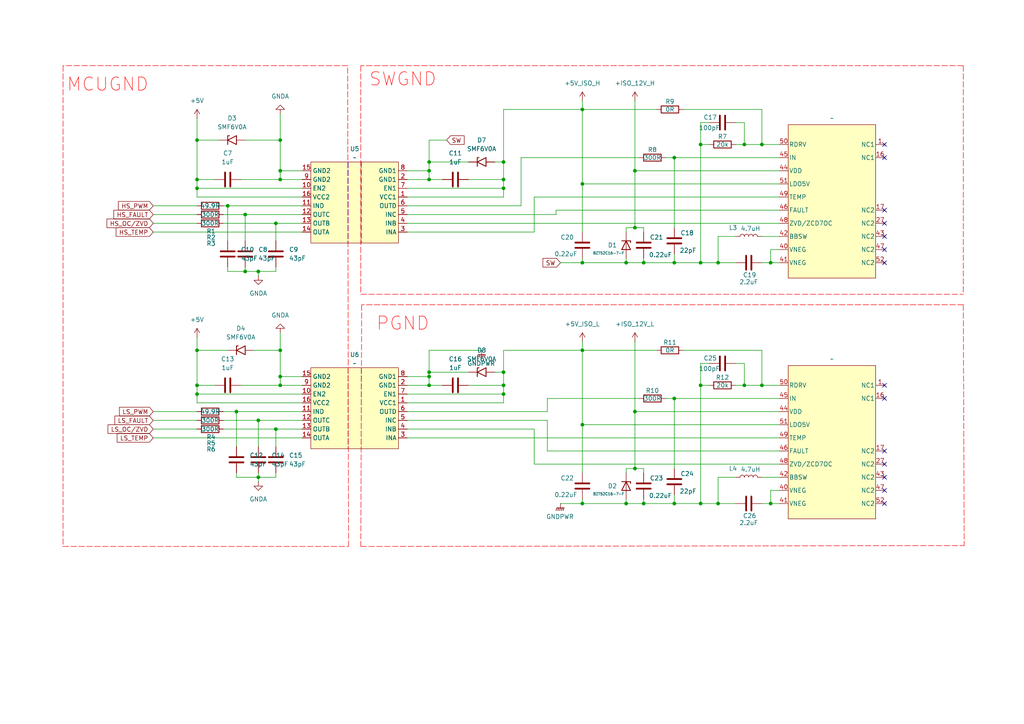
<source format=kicad_sch>
(kicad_sch (version 20250114) (generator "eeschema") (generator_version "9.0")
  (paper "A4")
  (lib_symbols
    (symbol "Device:C" (pin_numbers (hide yes)) (pin_names (offset 0.254))
      (property "Reference" "C" (at 0.635 2.54 0))
      (property "Value" "C" (at 0.635 -2.54 0))
      (symbol "C_0_1"
        (polyline (pts (xy -2.032 0.762) (xy 2.032 0.762)) (stroke (width 0.508)))
        (polyline (pts (xy -2.032 -0.762) (xy 2.032 -0.762)) (stroke (width 0.508)))
      )
      (symbol "C_1_1"
        (pin passive line (at 0 3.81 270) (length 2.794) (name "~") (number "1"))
        (pin passive line (at 0 -3.81 90) (length 2.794) (name "~") (number "2"))
      )
    )
    (symbol "Device:L" (pin_numbers (hide yes)) (pin_names (offset 1.016) (hide yes))
      (property "Reference" "L" (at -1.27 0 90))
      (property "Value" "L" (at 1.905 0 90))
      (symbol "L_0_1"
        (arc (start 0 2.54) (mid 0.6323 1.905) (end 0 1.27))
        (arc (start 0 1.27) (mid 0.6323 0.635) (end 0 0))
        (arc (start 0 0) (mid 0.6323 -0.635) (end 0 -1.27))
        (arc (start 0 -1.27) (mid 0.6323 -1.905) (end 0 -2.54))
      )
      (symbol "L_1_1"
        (pin passive line (at 0 3.81 270) (length 1.27) (name "1") (number "1"))
        (pin passive line (at 0 -3.81 90) (length 1.27) (name "2") (number "2"))
      )
    )
    (symbol "Device:R" (pin_numbers (hide yes)) (pin_names (offset 0))
      (property "Reference" "R" (at 2.032 0 90))
      (property "Value" "R" (at 0 0 90))
      (symbol "R_0_1"
        (rectangle (start -1.016 -2.54) (end 1.016 2.54) (stroke (width 0.254)))
      )
      (symbol "R_1_1"
        (pin passive line (at 0 3.81 270) (length 1.27) (name "~") (number "1"))
        (pin passive line (at 0 -3.81 90) (length 1.27) (name "~") (number "2"))
      )
    )
    (symbol "Diode:BZT52Bxx" (pin_numbers (hide yes)) (pin_names (hide yes))
      (property "Reference" "D" (at 0 2.54 0))
      (property "Value" "BZT52Bxx" (at 0 -2.54 0))
      (symbol "BZT52Bxx_0_1"
        (polyline (pts (xy -1.27 -1.27) (xy -1.27 1.27) (xy -0.762 1.27)) (stroke (width 0.254)))
        (polyline (pts (xy 1.27 0) (xy -1.27 0)))
        (polyline (pts (xy 1.27 -1.27) (xy 1.27 1.27) (xy -1.27 0) (xy 1.27 -1.27)) (stroke (width 0.254)))
      )
      (symbol "BZT52Bxx_1_1"
        (pin passive line (at -3.81 0 0) (length 2.54) (name "K") (number "1"))
        (pin passive line (at 3.81 0 180) (length 2.54) (name "A") (number "2"))
      )
    )
    (symbol "Diode:SMF6V0A" (pin_numbers (hide yes)) (pin_names (offset 1.016) (hide yes))
      (property "Reference" "D" (at 0 2.54 0))
      (property "Value" "SMF6V0A" (at 0 -2.54 0))
      (symbol "SMF6V0A_0_1"
        (polyline (pts (xy -0.762 1.27) (xy -1.27 1.27) (xy -1.27 -1.27)) (stroke (width 0.254)))
        (polyline (pts (xy 1.27 1.27) (xy 1.27 -1.27) (xy -1.27 0) (xy 1.27 1.27)) (stroke (width 0.254)))
      )
      (symbol "SMF6V0A_1_1"
        (pin passive line (at -3.81 0 0) (length 2.54) (name "A1") (number "1"))
        (pin passive line (at 3.81 0 180) (length 2.54) (name "A2") (number "2"))
      )
    )
    (symbol "KiCAD_Library-N1-V1.0:ISO7741DW"
      (property "Reference" "U?" (at -12.192 13.462 0))
      (symbol "ISO7741DW_1_1"
        (rectangle (start -12.7 12.065) (end 12.7 -11.43) (fill (type background)))
        (polyline (pts (xy -1.905 12.065) (xy -1.905 12.065)))
        (polyline (pts (xy -1.905 -11.43) (xy -1.905 12.065)) (stroke (width 0) (type dash) (color 0 0 255 1)))
        (polyline (pts (xy 1.905 -11.43) (xy 1.905 12.065)) (stroke (width 0) (type dash) (color 0 0 255 1)))
        (pin input line (at -15.24 8.89 0) (length 2.54) (name "INA") (number "3"))
        (pin input line (at -15.24 6.35 0) (length 2.54) (name "INB") (number "4"))
        (pin input line (at -15.24 3.81 0) (length 2.54) (name "INC") (number "5"))
        (pin output line (at -15.24 1.27 0) (length 2.54) (name "OUTD") (number "6"))
        (pin power_in line (at -15.24 -1.27 0) (length 2.54) (name "VCC1") (number "1"))
        (pin input line (at -15.24 -3.81 0) (length 2.54) (name "EN1") (number "7"))
        (pin passive line (at -15.24 -6.35 0) (length 2.54) (name "GND1") (number "2"))
        (pin passive line (at -15.24 -8.89 0) (length 2.54) (name "GND1") (number "8"))
        (pin output line (at 15.24 8.89 180) (length 2.54) (name "OUTA") (number "14"))
        (pin output line (at 15.24 6.35 180) (length 2.54) (name "OUTB") (number "13"))
        (pin output line (at 15.24 3.81 180) (length 2.54) (name "OUTC") (number "12"))
        (pin output line (at 15.24 1.27 180) (length 2.54) (name "IND") (number "11"))
        (pin power_in line (at 15.24 -1.27 180) (length 2.54) (name "VCC2") (number "16"))
        (pin input line (at 15.24 -3.81 180) (length 2.54) (name "EN2") (number "10"))
        (pin passive line (at 15.24 -6.35 180) (length 2.54) (name "GND2") (number "9"))
        (pin passive line (at 15.24 -8.89 180) (length 2.54) (name "GND2") (number "15"))
      )
    )
    (symbol "KiCAD_Library-N1-V1.0:LMG3526R030" (pin_names (offset 0.254))
      (symbol "LMG3526R030_1_1"
        (rectangle (start -12.6999 22.2249) (end 12.6999 -22.2249) (fill (type background)))
        (pin input line (at -15.24 16.51 0) (length 2.54) (name "RDRV") (number "50"))
        (pin input line (at -15.24 12.7 0) (length 2.54) (name "IN") (number "45"))
        (pin power_in line (at -15.24 8.89 0) (length 2.54) (name "VDD") (number "44"))
        (pin power_out line (at -15.24 5.08 0) (length 2.54) (name "LDO5V") (number "51"))
        (pin output line (at -15.24 1.27 0) (length 2.54) (name "TEMP") (number "49"))
        (pin output line (at -15.24 -2.54 0) (length 2.54) (name "FAULT") (number "46"))
        (pin output line (at -15.24 -6.35 0) (length 2.54) (name "ZVD/ZCD7OC") (number "48"))
        (pin power_out line (at -15.24 -10.16 0) (length 2.54) (name "BBSW") (number "42"))
        (pin power_out line (at -15.24 -13.97 0) (length 2.54) (name "VNEG") (number "40"))
        (pin power_out line (at -15.24 -17.78 0) (length 2.54) (name "VNEG") (number "41"))
        (pin no_connect line (at 15.24 16.51 180) (length 2.54) (name "NC1") (number "1"))
        (pin no_connect line (at 15.24 12.7 180) (length 2.54) (name "NC1") (number "16"))
        (pin no_connect line (at 15.24 -2.54 180) (length 2.54) (name "NC2") (number "17"))
        (pin no_connect line (at 15.24 -6.35 180) (length 2.54) (name "NC2") (number "27"))
        (pin no_connect line (at 15.24 -10.16 180) (length 2.54) (name "NC2") (number "43"))
        (pin no_connect line (at 15.24 -13.97 180) (length 2.54) (name "NC2") (number "47"))
        (pin no_connect line (at 15.24 -17.78 180) (length 2.54) (name "NC2") (number "52"))
      )
      (symbol "LMG3526R030_2_1"
        (rectangle (start -12.6999 50.7999) (end 12.6999 -50.7999) (fill (type background)))
        (pin power_in line (at 15.24 45.72 180) (length 2.54) (name "DRAIN") (number "2"))
        (pin power_in line (at 15.24 43.18 180) (length 2.54) (name "DRAIN") (number "3"))
        (pin power_in line (at 15.24 40.64 180) (length 2.54) (name "DRAIN") (number "4"))
        (pin power_in line (at 15.24 38.1 180) (length 2.54) (name "DRAIN") (number "5"))
        (pin power_in line (at 15.24 35.56 180) (length 2.54) (name "DRAIN") (number "6"))
        (pin power_in line (at 15.24 33.02 180) (length 2.54) (name "DRAIN") (number "7"))
        (pin power_in line (at 15.24 30.48 180) (length 2.54) (name "DRAIN") (number "8"))
        (pin power_in line (at 15.24 27.94 180) (length 2.54) (name "DRAIN") (number "9"))
        (pin power_in line (at 15.24 25.4 180) (length 2.54) (name "DRAIN") (number "10"))
        (pin power_in line (at 15.24 22.86 180) (length 2.54) (name "DRAIN") (number "11"))
        (pin power_in line (at 15.24 20.32 180) (length 2.54) (name "DRAIN") (number "12"))
        (pin power_in line (at 15.24 17.78 180) (length 2.54) (name "DRAIN") (number "13"))
        (pin power_in line (at 15.24 15.24 180) (length 2.54) (name "DRAIN") (number "14"))
        (pin power_in line (at 15.24 12.7 180) (length 2.54) (name "DRAIN") (number "15"))
        (pin power_out line (at 15.24 5.08 180) (length 2.54) (name "SOURCE") (number "18"))
        (pin power_out line (at 15.24 2.54 180) (length 2.54) (name "SOURCE") (number "19"))
        (pin power_out line (at 15.24 0 180) (length 2.54) (name "SOURCE") (number "20"))
        (pin power_out line (at 15.24 -2.54 180) (length 2.54) (name "SOURCE") (number "21"))
        (pin power_out line (at 15.24 -5.08 180) (length 2.54) (name "SOURCE") (number "22"))
        (pin power_out line (at 15.24 -7.62 180) (length 2.54) (name "SOURCE") (number "23"))
        (pin power_out line (at 15.24 -10.16 180) (length 2.54) (name "SOURCE") (number "24"))
        (pin power_out line (at 15.24 -12.7 180) (length 2.54) (name "SOURCE") (number "25"))
        (pin power_out line (at 15.24 -15.24 180) (length 2.54) (name "SOURCE") (number "26"))
        (pin power_out line (at 15.24 -17.78 180) (length 2.54) (name "SOURCE") (number "28"))
        (pin power_out line (at 15.24 -20.32 180) (length 2.54) (name "SOURCE") (number "29"))
        (pin power_out line (at 15.24 -22.86 180) (length 2.54) (name "SOURCE") (number "30"))
        (pin power_out line (at 15.24 -25.4 180) (length 2.54) (name "SOURCE") (number "31"))
        (pin power_out line (at 15.24 -27.94 180) (length 2.54) (name "SOURCE") (number "32"))
        (pin power_out line (at 15.24 -30.48 180) (length 2.54) (name "SOURCE") (number "33"))
        (pin power_out line (at 15.24 -33.02 180) (length 2.54) (name "SOURCE") (number "34"))
        (pin power_out line (at 15.24 -35.56 180) (length 2.54) (name "SOURCE") (number "35"))
        (pin power_out line (at 15.24 -38.1 180) (length 2.54) (name "SOURCE") (number "36"))
        (pin power_out line (at 15.24 -40.64 180) (length 2.54) (name "SOURCE") (number "37"))
        (pin power_out line (at 15.24 -43.18 180) (length 2.54) (name "SOURCE") (number "38"))
        (pin power_out line (at 15.24 -45.72 180) (length 2.54) (name "SOURCE") (number "39"))
      )
    )
    (symbol "power:+12V" (power) (pin_numbers (hide yes)) (pin_names (offset 0) (hide yes))
      (property "Value" "+12V" (at 0 3.556 0))
      (symbol "+12V_0_1"
        (polyline (pts (xy -0.762 1.27) (xy 0 2.54)))
        (polyline (pts (xy 0 2.54) (xy 0.762 1.27)))
        (polyline (pts (xy 0 0) (xy 0 2.54)))
      )
      (symbol "+12V_1_1"
        (pin power_in line (at 0 0 90) (length 0) (name "~") (number "1"))
      )
    )
    (symbol "power:+5V" (power) (pin_numbers (hide yes)) (pin_names (offset 0) (hide yes))
      (property "Value" "+5V" (at 0 3.556 0))
      (symbol "+5V_0_1"
        (polyline (pts (xy -0.762 1.27) (xy 0 2.54)))
        (polyline (pts (xy 0 2.54) (xy 0.762 1.27)))
        (polyline (pts (xy 0 0) (xy 0 2.54)))
      )
      (symbol "+5V_1_1"
        (pin power_in line (at 0 0 90) (length 0) (name "~") (number "1"))
      )
    )
    (symbol "power:GNDA" (power) (pin_numbers (hide yes)) (pin_names (offset 0) (hide yes))
      (property "Value" "GNDA" (at 0 -3.81 0))
      (symbol "GNDA_0_1"
        (polyline (pts (xy 0 0) (xy 0 -1.27) (xy 1.27 -1.27) (xy 0 -2.54) (xy -1.27 -1.27) (xy 0 -1.27)))
      )
      (symbol "GNDA_1_1"
        (pin power_in line (at 0 0 270) (length 0) (name "~") (number "1"))
      )
    )
    (symbol "power:GNDPWR" (power) (pin_numbers (hide yes)) (pin_names (offset 0) (hide yes))
      (property "Value" "GNDPWR" (at 0 -3.302 0))
      (symbol "GNDPWR_0_1"
        (polyline (pts (xy -1.016 -1.27) (xy -1.27 -2.032) (xy -1.27 -2.032)) (stroke (width 0.2032)))
        (polyline (pts (xy -0.508 -1.27) (xy -0.762 -2.032) (xy -0.762 -2.032)) (stroke (width 0.2032)))
        (polyline (pts (xy 0 -1.27) (xy 0 0)))
        (polyline (pts (xy 0 -1.27) (xy -0.254 -2.032) (xy -0.254 -2.032)) (stroke (width 0.2032)))
        (polyline (pts (xy 0.508 -1.27) (xy 0.254 -2.032) (xy 0.254 -2.032)) (stroke (width 0.2032)))
        (polyline (pts (xy 1.016 -1.27) (xy -1.016 -1.27) (xy -1.016 -1.27)) (stroke (width 0.2032)))
        (polyline (pts (xy 1.016 -1.27) (xy 0.762 -2.032) (xy 0.762 -2.032) (xy 0.762 -2.032)) (stroke (width 0.2032)))
      )
      (symbol "GNDPWR_1_1"
        (pin power_in line (at 0 0 270) (length 0) (name "~") (number "1"))
      )
    )
  )
  (text "PGND\n" (at 116.84 93.98 0) (effects (font (size 3.81 3.81))))
  (text "SWGND\n" (at 116.84 23.114 0) (effects (font (size 3.81 3.81))))
  (text "MCUGND\n" (at 31.242 24.638 0) (effects (font (size 3.81 3.81))))
  (junction (at 146.05 46.99))
  (junction (at 215.9 41.91))
  (junction (at 57.15 101.6))
  (junction (at 195.58 76.2))
  (junction (at 203.2 111.76))
  (junction (at 146.05 111.76))
  (junction (at 220.98 111.76))
  (junction (at 215.9 111.76))
  (junction (at 203.2 41.91))
  (junction (at 57.15 52.07))
  (junction (at 81.28 52.07))
  (junction (at 184.15 119.38))
  (junction (at 124.46 111.76))
  (junction (at 223.52 76.2))
  (junction (at 146.05 107.95))
  (junction (at 168.91 101.6))
  (junction (at 208.28 146.05))
  (junction (at 81.28 49.53))
  (junction (at 186.69 76.2))
  (junction (at 74.93 121.92))
  (junction (at 81.28 101.6))
  (junction (at 168.91 146.05))
  (junction (at 81.28 109.22))
  (junction (at 80.01 124.46))
  (junction (at 81.28 111.76))
  (junction (at 57.15 40.64))
  (junction (at 181.61 76.2))
  (junction (at 124.46 109.22))
  (junction (at 81.28 40.64))
  (junction (at 57.15 111.76))
  (junction (at 208.28 76.2))
  (junction (at 124.46 49.53))
  (junction (at 57.15 114.3))
  (junction (at 71.12 62.23))
  (junction (at 184.15 66.04))
  (junction (at 124.46 107.95))
  (junction (at 168.91 123.19))
  (junction (at 195.58 45.72))
  (junction (at 124.46 46.99))
  (junction (at 203.2 146.05))
  (junction (at 168.91 31.75))
  (junction (at 195.58 115.57))
  (junction (at 66.04 59.69))
  (junction (at 168.91 53.34))
  (junction (at 195.58 146.05))
  (junction (at 223.52 146.05))
  (junction (at 220.98 41.91))
  (junction (at 80.01 64.77))
  (junction (at 146.05 52.07))
  (junction (at 57.15 54.61))
  (junction (at 181.61 146.05))
  (junction (at 203.2 76.2))
  (junction (at 146.05 54.61))
  (junction (at 71.12 78.74))
  (junction (at 74.93 78.74))
  (junction (at 124.46 52.07))
  (junction (at 68.58 119.38))
  (junction (at 184.15 49.53))
  (junction (at 168.91 76.2))
  (junction (at 184.15 135.89))
  (junction (at 74.93 138.43))
  (junction (at 146.05 114.3))
  (junction (at 186.69 146.05))
  (no_connect (at 256.54 130.81))
  (no_connect (at 256.54 115.57))
  (no_connect (at 256.54 111.76))
  (no_connect (at 256.54 45.72))
  (no_connect (at 256.54 60.96))
  (no_connect (at 256.54 64.77))
  (no_connect (at 256.54 138.43))
  (no_connect (at 256.54 76.2))
  (no_connect (at 256.54 68.58))
  (no_connect (at 256.54 146.05))
  (no_connect (at 256.54 134.62))
  (no_connect (at 256.54 142.24))
  (no_connect (at 256.54 41.91))
  (no_connect (at 256.54 72.39))
  (wire (pts (xy 57.15 40.64) (xy 57.15 52.07)))
  (wire (pts (xy 215.9 41.91) (xy 220.98 41.91)))
  (wire (pts (xy 198.12 31.75) (xy 220.98 31.75)))
  (wire (pts (xy 184.15 119.38) (xy 184.15 135.89)))
  (wire (pts (xy 203.2 76.2) (xy 208.28 76.2)))
  (wire (pts (xy 220.98 31.75) (xy 220.98 41.91)))
  (wire (pts (xy 68.58 137.16) (xy 68.58 138.43)))
  (polyline (pts (xy 279.4 19.05) (xy 104.648 19.05)) (stroke (width 0) (type dash) (color 255 0 0 1)))
  (wire (pts (xy 186.69 76.2) (xy 195.58 76.2)))
  (wire (pts (xy 186.69 144.78) (xy 186.69 146.05)))
  (wire (pts (xy 118.11 121.92) (xy 158.75 121.92)))
  (wire (pts (xy 208.28 68.58) (xy 208.28 76.2)))
  (wire (pts (xy 44.45 124.46) (xy 57.15 124.46)))
  (wire (pts (xy 80.01 77.47) (xy 80.01 78.74)))
  (wire (pts (xy 195.58 143.51) (xy 195.58 146.05)))
  (wire (pts (xy 146.05 31.75) (xy 146.05 46.99)))
  (wire (pts (xy 71.12 78.74) (xy 74.93 78.74)))
  (wire (pts (xy 168.91 101.6) (xy 190.5 101.6)))
  (wire (pts (xy 135.89 52.07) (xy 146.05 52.07)))
  (wire (pts (xy 118.11 127) (xy 226.06 127)))
  (wire (pts (xy 151.13 45.72) (xy 151.13 59.69)))
  (wire (pts (xy 184.15 49.53) (xy 226.06 49.53)))
  (wire (pts (xy 198.12 101.6) (xy 220.98 101.6)))
  (wire (pts (xy 64.77 121.92) (xy 74.93 121.92)))
  (wire (pts (xy 57.15 40.64) (xy 63.5 40.64)))
  (wire (pts (xy 124.46 40.64) (xy 129.54 40.64)))
  (wire (pts (xy 143.51 46.99) (xy 146.05 46.99)))
  (wire (pts (xy 223.52 72.39) (xy 226.06 72.39)))
  (wire (pts (xy 213.36 105.41) (xy 215.9 105.41)))
  (wire (pts (xy 44.45 64.77) (xy 57.15 64.77)))
  (wire (pts (xy 124.46 49.53) (xy 124.46 52.07)))
  (wire (pts (xy 87.63 57.15) (xy 57.15 57.15)))
  (wire (pts (xy 124.46 109.22) (xy 124.46 111.76)))
  (wire (pts (xy 44.45 119.38) (xy 57.15 119.38)))
  (wire (pts (xy 203.2 105.41) (xy 205.74 105.41)))
  (wire (pts (xy 71.12 62.23) (xy 71.12 69.85)))
  (wire (pts (xy 168.91 31.75) (xy 190.5 31.75)))
  (polyline (pts (xy 279.4 88.392) (xy 279.654 158.242)) (stroke (width 0) (type dash) (color 255 0 0 1)))
  (wire (pts (xy 118.11 111.76) (xy 124.46 111.76)))
  (wire (pts (xy 57.15 111.76) (xy 62.23 111.76)))
  (wire (pts (xy 213.36 146.05) (xy 208.28 146.05)))
  (wire (pts (xy 74.93 138.43) (xy 74.93 139.7)))
  (wire (pts (xy 68.58 119.38) (xy 87.63 119.38)))
  (wire (pts (xy 74.93 78.74) (xy 80.01 78.74)))
  (wire (pts (xy 195.58 45.72) (xy 226.06 45.72)))
  (wire (pts (xy 124.46 107.95) (xy 124.46 101.6)))
  (wire (pts (xy 203.2 41.91) (xy 203.2 76.2)))
  (wire (pts (xy 213.36 76.2) (xy 208.28 76.2)))
  (wire (pts (xy 44.45 59.69) (xy 57.15 59.69)))
  (wire (pts (xy 186.69 135.89) (xy 184.15 135.89)))
  (wire (pts (xy 68.58 119.38) (xy 68.58 129.54)))
  (wire (pts (xy 146.05 54.61) (xy 146.05 52.07)))
  (wire (pts (xy 193.04 115.57) (xy 195.58 115.57)))
  (wire (pts (xy 195.58 73.66) (xy 195.58 76.2)))
  (wire (pts (xy 69.85 52.07) (xy 81.28 52.07)))
  (wire (pts (xy 220.98 76.2) (xy 223.52 76.2)))
  (wire (pts (xy 66.04 77.47) (xy 66.04 78.74)))
  (wire (pts (xy 124.46 46.99) (xy 124.46 40.64)))
  (wire (pts (xy 184.15 29.21) (xy 184.15 49.53)))
  (wire (pts (xy 124.46 107.95) (xy 135.89 107.95)))
  (wire (pts (xy 64.77 119.38) (xy 68.58 119.38)))
  (wire (pts (xy 118.11 119.38) (xy 158.75 119.38)))
  (wire (pts (xy 81.28 109.22) (xy 87.63 109.22)))
  (wire (pts (xy 208.28 138.43) (xy 208.28 146.05)))
  (wire (pts (xy 168.91 29.21) (xy 168.91 31.75)))
  (wire (pts (xy 80.01 64.77) (xy 87.63 64.77)))
  (wire (pts (xy 158.75 115.57) (xy 185.42 115.57)))
  (wire (pts (xy 146.05 107.95) (xy 146.05 111.76)))
  (wire (pts (xy 64.77 124.46) (xy 80.01 124.46)))
  (wire (pts (xy 57.15 101.6) (xy 66.04 101.6)))
  (wire (pts (xy 181.61 74.93) (xy 181.61 76.2)))
  (wire (pts (xy 64.77 59.69) (xy 66.04 59.69)))
  (wire (pts (xy 146.05 46.99) (xy 146.05 52.07)))
  (wire (pts (xy 223.52 146.05) (xy 223.52 142.24)))
  (wire (pts (xy 69.85 111.76) (xy 81.28 111.76)))
  (wire (pts (xy 81.28 49.53) (xy 81.28 40.64)))
  (wire (pts (xy 74.93 78.74) (xy 74.93 80.01)))
  (wire (pts (xy 80.01 124.46) (xy 80.01 129.54)))
  (wire (pts (xy 220.98 146.05) (xy 223.52 146.05)))
  (wire (pts (xy 81.28 49.53) (xy 87.63 49.53)))
  (wire (pts (xy 161.29 60.96) (xy 226.06 60.96)))
  (wire (pts (xy 118.11 49.53) (xy 124.46 49.53)))
  (polyline (pts (xy 104.902 88.392) (xy 104.648 158.496)) (stroke (width 0) (type dash) (color 255 0 0 1)))
  (wire (pts (xy 80.01 137.16) (xy 80.01 138.43)))
  (wire (pts (xy 203.2 111.76) (xy 205.74 111.76)))
  (wire (pts (xy 181.61 144.78) (xy 181.61 146.05)))
  (wire (pts (xy 81.28 101.6) (xy 81.28 96.52)))
  (wire (pts (xy 213.36 41.91) (xy 215.9 41.91)))
  (wire (pts (xy 57.15 54.61) (xy 87.63 54.61)))
  (wire (pts (xy 118.11 114.3) (xy 146.05 114.3)))
  (wire (pts (xy 203.2 146.05) (xy 208.28 146.05)))
  (wire (pts (xy 44.45 67.31) (xy 87.63 67.31)))
  (wire (pts (xy 203.2 111.76) (xy 203.2 146.05)))
  (wire (pts (xy 44.45 127) (xy 87.63 127)))
  (wire (pts (xy 162.56 146.05) (xy 168.91 146.05)))
  (wire (pts (xy 168.91 101.6) (xy 168.91 123.19)))
  (wire (pts (xy 146.05 101.6) (xy 168.91 101.6)))
  (wire (pts (xy 223.52 76.2) (xy 223.52 72.39)))
  (wire (pts (xy 195.58 76.2) (xy 203.2 76.2)))
  (wire (pts (xy 181.61 135.89) (xy 181.61 137.16)))
  (wire (pts (xy 146.05 116.84) (xy 146.05 114.3)))
  (wire (pts (xy 57.15 114.3) (xy 87.63 114.3)))
  (wire (pts (xy 87.63 52.07) (xy 81.28 52.07)))
  (wire (pts (xy 71.12 77.47) (xy 71.12 78.74)))
  (wire (pts (xy 66.04 78.74) (xy 71.12 78.74)))
  (polyline (pts (xy 101.092 158.496) (xy 100.838 19.05)) (stroke (width 0) (type dash) (color 255 0 0 1)))
  (wire (pts (xy 168.91 146.05) (xy 181.61 146.05)))
  (polyline (pts (xy 104.648 19.05) (xy 104.648 85.344)) (stroke (width 0) (type dash) (color 255 0 0 1)))
  (wire (pts (xy 195.58 45.72) (xy 195.58 66.04)))
  (wire (pts (xy 57.15 116.84) (xy 57.15 114.3)))
  (wire (pts (xy 118.11 54.61) (xy 146.05 54.61)))
  (wire (pts (xy 158.75 130.81) (xy 158.75 121.92)))
  (wire (pts (xy 168.91 144.78) (xy 168.91 146.05)))
  (wire (pts (xy 162.56 76.2) (xy 168.91 76.2)))
  (wire (pts (xy 81.28 111.76) (xy 81.28 109.22)))
  (wire (pts (xy 184.15 135.89) (xy 181.61 135.89)))
  (wire (pts (xy 66.04 59.69) (xy 66.04 69.85)))
  (wire (pts (xy 44.45 121.92) (xy 57.15 121.92)))
  (wire (pts (xy 203.2 105.41) (xy 203.2 111.76)))
  (wire (pts (xy 223.52 142.24) (xy 226.06 142.24)))
  (wire (pts (xy 195.58 115.57) (xy 195.58 135.89)))
  (wire (pts (xy 193.04 45.72) (xy 195.58 45.72)))
  (wire (pts (xy 118.11 57.15) (xy 146.05 57.15)))
  (polyline (pts (xy 18.288 158.496) (xy 101.092 158.496)) (stroke (width 0) (type dash) (color 255 0 0 1)))
  (wire (pts (xy 57.15 101.6) (xy 57.15 111.76)))
  (wire (pts (xy 118.11 52.07) (xy 124.46 52.07)))
  (wire (pts (xy 151.13 59.69) (xy 118.11 59.69)))
  (wire (pts (xy 87.63 111.76) (xy 81.28 111.76)))
  (wire (pts (xy 80.01 64.77) (xy 80.01 69.85)))
  (wire (pts (xy 118.11 64.77) (xy 226.06 64.77)))
  (wire (pts (xy 74.93 138.43) (xy 80.01 138.43)))
  (wire (pts (xy 161.29 62.23) (xy 161.29 60.96)))
  (wire (pts (xy 124.46 111.76) (xy 128.27 111.76)))
  (wire (pts (xy 203.2 35.56) (xy 203.2 41.91)))
  (polyline (pts (xy 100.838 19.05) (xy 18.288 19.05)) (stroke (width 0) (type dash) (color 255 0 0 1)))
  (wire (pts (xy 124.46 109.22) (xy 124.46 107.95)))
  (polyline (pts (xy 279.4 88.392) (xy 104.902 88.392)) (stroke (width 0) (type dash) (color 255 0 0 1)))
  (wire (pts (xy 74.93 121.92) (xy 87.63 121.92)))
  (wire (pts (xy 226.06 134.62) (xy 154.94 134.62)))
  (wire (pts (xy 186.69 74.93) (xy 186.69 76.2)))
  (wire (pts (xy 215.9 35.56) (xy 215.9 41.91)))
  (wire (pts (xy 208.28 138.43) (xy 213.36 138.43)))
  (wire (pts (xy 81.28 40.64) (xy 81.28 33.02)))
  (wire (pts (xy 146.05 101.6) (xy 146.05 107.95)))
  (polyline (pts (xy 104.648 158.496) (xy 279.654 158.242)) (stroke (width 0) (type dash) (color 255 0 0 1)))
  (wire (pts (xy 118.11 67.31) (xy 154.94 67.31)))
  (wire (pts (xy 181.61 66.04) (xy 181.61 67.31)))
  (wire (pts (xy 151.13 45.72) (xy 185.42 45.72)))
  (wire (pts (xy 124.46 101.6) (xy 139.7 101.6)))
  (wire (pts (xy 44.45 62.23) (xy 57.15 62.23)))
  (wire (pts (xy 186.69 67.31) (xy 186.69 66.04)))
  (wire (pts (xy 158.75 115.57) (xy 158.75 119.38)))
  (wire (pts (xy 184.15 119.38) (xy 226.06 119.38)))
  (wire (pts (xy 68.58 138.43) (xy 74.93 138.43)))
  (wire (pts (xy 220.98 41.91) (xy 226.06 41.91)))
  (wire (pts (xy 203.2 35.56) (xy 205.74 35.56)))
  (wire (pts (xy 81.28 52.07) (xy 81.28 49.53)))
  (polyline (pts (xy 104.648 85.344) (xy 279.4 85.344)) (stroke (width 0) (type dash) (color 255 0 0 1)))
  (wire (pts (xy 81.28 109.22) (xy 81.28 101.6)))
  (polyline (pts (xy 279.4 19.05) (xy 279.4 85.344)) (stroke (width 0) (type dash) (color 255 0 0 1)))
  (wire (pts (xy 220.98 68.58) (xy 226.06 68.58)))
  (wire (pts (xy 168.91 99.06) (xy 168.91 101.6)))
  (wire (pts (xy 168.91 123.19) (xy 168.91 137.16)))
  (wire (pts (xy 168.91 53.34) (xy 168.91 67.31)))
  (wire (pts (xy 181.61 146.05) (xy 186.69 146.05)))
  (wire (pts (xy 124.46 49.53) (xy 124.46 46.99)))
  (wire (pts (xy 135.89 111.76) (xy 146.05 111.76)))
  (wire (pts (xy 168.91 53.34) (xy 226.06 53.34)))
  (wire (pts (xy 168.91 76.2) (xy 181.61 76.2)))
  (wire (pts (xy 195.58 115.57) (xy 226.06 115.57)))
  (wire (pts (xy 158.75 130.81) (xy 226.06 130.81)))
  (wire (pts (xy 143.51 107.95) (xy 146.05 107.95)))
  (wire (pts (xy 215.9 111.76) (xy 220.98 111.76)))
  (wire (pts (xy 186.69 66.04) (xy 184.15 66.04)))
  (wire (pts (xy 73.66 101.6) (xy 81.28 101.6)))
  (wire (pts (xy 203.2 41.91) (xy 205.74 41.91)))
  (wire (pts (xy 154.94 67.31) (xy 154.94 57.15)))
  (wire (pts (xy 71.12 40.64) (xy 81.28 40.64)))
  (wire (pts (xy 184.15 99.06) (xy 184.15 119.38)))
  (wire (pts (xy 168.91 74.93) (xy 168.91 76.2)))
  (wire (pts (xy 64.77 64.77) (xy 80.01 64.77)))
  (wire (pts (xy 181.61 76.2) (xy 186.69 76.2)))
  (wire (pts (xy 57.15 114.3) (xy 57.15 111.76)))
  (wire (pts (xy 87.63 116.84) (xy 57.15 116.84)))
  (wire (pts (xy 146.05 114.3) (xy 146.05 111.76)))
  (wire (pts (xy 168.91 31.75) (xy 168.91 53.34)))
  (wire (pts (xy 168.91 123.19) (xy 226.06 123.19)))
  (wire (pts (xy 226.06 76.2) (xy 223.52 76.2)))
  (wire (pts (xy 57.15 54.61) (xy 57.15 52.07)))
  (polyline (pts (xy 18.288 19.05) (xy 18.288 158.496)) (stroke (width 0) (type dash) (color 255 0 0 1)))
  (wire (pts (xy 118.11 124.46) (xy 154.94 124.46)))
  (wire (pts (xy 146.05 31.75) (xy 168.91 31.75)))
  (wire (pts (xy 66.04 59.69) (xy 87.63 59.69)))
  (wire (pts (xy 215.9 105.41) (xy 215.9 111.76)))
  (wire (pts (xy 71.12 62.23) (xy 87.63 62.23)))
  (wire (pts (xy 220.98 138.43) (xy 226.06 138.43)))
  (wire (pts (xy 154.94 134.62) (xy 154.94 124.46)))
  (wire (pts (xy 124.46 46.99) (xy 135.89 46.99)))
  (wire (pts (xy 220.98 101.6) (xy 220.98 111.76)))
  (wire (pts (xy 118.11 109.22) (xy 124.46 109.22)))
  (wire (pts (xy 184.15 66.04) (xy 181.61 66.04)))
  (wire (pts (xy 74.93 121.92) (xy 74.93 129.54)))
  (wire (pts (xy 124.46 52.07) (xy 128.27 52.07)))
  (wire (pts (xy 74.93 137.16) (xy 74.93 138.43)))
  (wire (pts (xy 57.15 57.15) (xy 57.15 54.61)))
  (wire (pts (xy 220.98 111.76) (xy 226.06 111.76)))
  (wire (pts (xy 184.15 49.53) (xy 184.15 66.04)))
  (wire (pts (xy 118.11 116.84) (xy 146.05 116.84)))
  (wire (pts (xy 213.36 35.56) (xy 215.9 35.56)))
  (wire (pts (xy 154.94 57.15) (xy 226.06 57.15)))
  (wire (pts (xy 213.36 111.76) (xy 215.9 111.76)))
  (wire (pts (xy 195.58 146.05) (xy 203.2 146.05)))
  (wire (pts (xy 146.05 57.15) (xy 146.05 54.61)))
  (wire (pts (xy 57.15 34.29) (xy 57.15 40.64)))
  (wire (pts (xy 57.15 52.07) (xy 62.23 52.07)))
  (wire (pts (xy 57.15 97.79) (xy 57.15 101.6)))
  (wire (pts (xy 118.11 62.23) (xy 161.29 62.23)))
  (wire (pts (xy 64.77 62.23) (xy 71.12 62.23)))
  (wire (pts (xy 208.28 68.58) (xy 213.36 68.58)))
  (wire (pts (xy 186.69 137.16) (xy 186.69 135.89)))
  (wire (pts (xy 80.01 124.46) (xy 87.63 124.46)))
  (wire (pts (xy 186.69 146.05) (xy 195.58 146.05)))
  (wire (pts (xy 226.06 146.05) (xy 223.52 146.05)))
  (global_label "LS_PWM" (shape input) (at 44.45 119.38 180) (property "Intersheetrefs" "${INTERSHEET_REFS}" (effects (hide yes))))
  (global_label "LS_FAULT" (shape input) (at 44.45 121.92 180) (property "Intersheetrefs" "${INTERSHEET_REFS}" (effects (hide yes))))
  (global_label "LS_OC{slash}ZVD" (shape input) (at 44.45 124.46 180) (property "Intersheetrefs" "${INTERSHEET_REFS}" (effects (hide yes))))
  (global_label "HS_PWM" (shape input) (at 44.45 59.69 180) (property "Intersheetrefs" "${INTERSHEET_REFS}" (effects (hide yes))))
  (global_label "LS_TEMP" (shape input) (at 44.45 127 180) (property "Intersheetrefs" "${INTERSHEET_REFS}" (effects (hide yes))))
  (global_label "SW" (shape input) (at 129.54 40.64 0) (property "Intersheetrefs" "${INTERSHEET_REFS}" (effects (hide yes))))
  (global_label "HS_OC{slash}ZVD" (shape input) (at 44.45 64.77 180) (property "Intersheetrefs" "${INTERSHEET_REFS}" (effects (hide yes))))
  (global_label "HS_FAULT" (shape input) (at 44.45 62.23 180) (property "Intersheetrefs" "${INTERSHEET_REFS}" (effects (hide yes))))
  (global_label "HS_TEMP" (shape input) (at 44.45 67.31 180) (property "Intersheetrefs" "${INTERSHEET_REFS}" (effects (hide yes))))
  (global_label "SW" (shape input) (at 162.56 76.2 180) (property "Intersheetrefs" "${INTERSHEET_REFS}" (effects (hide yes))))
  (symbol (lib_id "Device:L") (at 217.17 138.43 90) (unit 1)
    (property "Reference" "L4" (at 212.598 135.89 90))
    (property "Value" "4.7uH" (at 217.678 136.144 90))
    (property "Footprint" "KiCAD_Library-N1-V1.0:Ind_6.3mmx6.3mm" (effects (hide yes)))
    (property "Description" "Inductor" (effects (hide yes)))
  )
  (symbol (lib_id "power:+5V") (at 168.91 99.06 0) (unit 1)
    (property "Reference" "#PWR019" (effects (hide yes)))
    (property "Value" "+5V_ISO_L" (at 168.91 93.98 0))
    (property "Description" "Power symbol creates a global label with name \"+5V\"" (effects (hide yes)))
  )
  (symbol (lib_id "Device:C") (at 217.17 146.05 90) (unit 1)
    (property "Reference" "C26" (at 217.424 149.606 90))
    (property "Value" "2.2uF" (at 217.17 151.638 90))
    (property "Footprint" "Capacitor_SMD:C_0805_2012Metric_Pad1.18x1.45mm_HandSolder" (effects (hide yes)))
    (property "Description" "Unpolarized capacitor" (effects (hide yes)))
  )
  (symbol (lib_id "Device:C") (at 217.17 76.2 90) (unit 1)
    (property "Reference" "C19" (at 217.424 79.756 90))
    (property "Value" "2.2uF" (at 217.17 81.788 90))
    (property "Footprint" "Capacitor_SMD:C_0805_2012Metric_Pad1.18x1.45mm_HandSolder" (effects (hide yes)))
    (property "Description" "Unpolarized capacitor" (effects (hide yes)))
  )
  (symbol (lib_id "Device:C") (at 74.93 133.35 180) (unit 1)
    (property "Reference" "C14" (at 78.74 132.0799 0) (effects (justify right)))
    (property "Value" "43pF" (at 78.74 134.6199 0) (effects (justify right)))
    (property "Footprint" "Capacitor_SMD:C_0805_2012Metric_Pad1.18x1.45mm_HandSolder" (effects (hide yes)))
    (property "Description" "Unpolarized capacitor" (effects (hide yes)))
  )
  (symbol (lib_id "Device:C") (at 195.58 69.85 0) (unit 1)
    (property "Reference" "C18" (at 197.358 67.564 0) (effects (justify left)))
    (property "Value" "22pF" (at 197.104 72.644 0) (effects (justify left)))
    (property "Footprint" "Capacitor_SMD:C_0805_2012Metric_Pad1.18x1.45mm_HandSolder" (effects (hide yes)))
    (property "Description" "Unpolarized capacitor" (effects (hide yes)))
  )
  (symbol (lib_id "Device:R") (at 60.96 124.46 90) (unit 1)
    (property "Reference" "R6" (at 61.214 130.302 90))
    (property "Value" "300R" (at 60.96 124.46 90))
    (property "Footprint" "Resistor_SMD:R_0805_2012Metric_Pad1.20x1.40mm_HandSolder" (effects (hide yes)))
    (property "Description" "Resistor" (effects (hide yes)))
  )
  (symbol (lib_id "power:GNDA") (at 81.28 33.02 180) (unit 1)
    (property "Reference" "#PWR09" (effects (hide yes)))
    (property "Value" "GNDA" (at 81.28 27.94 0))
    (property "Description" "Power symbol creates a global label with name \"GNDA\" , analog ground" (effects (hide yes)))
  )
  (symbol (lib_id "Device:C") (at 80.01 73.66 180) (unit 1)
    (property "Reference" "C9" (at 83.82 72.3899 0) (effects (justify right)))
    (property "Value" "43pF" (at 83.82 74.9299 0) (effects (justify right)))
    (property "Footprint" "Capacitor_SMD:C_0805_2012Metric_Pad1.18x1.45mm_HandSolder" (effects (hide yes)))
    (property "Description" "Unpolarized capacitor" (effects (hide yes)))
  )
  (symbol (lib_id "Diode:SMF6V0A") (at 69.85 101.6 0) (unit 1)
    (property "Reference" "D4" (at 69.85 95.25 0))
    (property "Value" "SMF6V0A" (at 69.85 97.79 0))
    (property "Footprint" "Diode_SMD:D_SMF" (effects (hide yes)))
    (property "Datasheet" "https://www.vishay.com/doc?85881" (effects (hide yes)))
    (property "Description" "200W unidirectional Transil Transient Voltage Suppressor, 6Vrwm, SMF" (effects (hide yes)))
  )
  (symbol (lib_id "Diode:SMF6V0A") (at 139.7 107.95 0) (unit 1)
    (property "Reference" "D8" (at 139.7 101.6 0))
    (property "Value" "SMF6V0A" (at 139.7 104.14 0))
    (property "Footprint" "Diode_SMD:D_SMF" (effects (hide yes)))
    (property "Datasheet" "https://www.vishay.com/doc?85881" (effects (hide yes)))
    (property "Description" "200W unidirectional Transil Transient Voltage Suppressor, 6Vrwm, SMF" (effects (hide yes)))
  )
  (symbol (lib_id "Device:L") (at 217.17 68.58 90) (unit 1)
    (property "Reference" "L3" (at 212.598 66.04 90))
    (property "Value" "4.7uH" (at 217.678 66.294 90))
    (property "Footprint" "KiCAD_Library-N1-V1.0:Ind_6.3mmx6.3mm" (effects (hide yes)))
    (property "Description" "Inductor" (effects (hide yes)))
  )
  (symbol (lib_id "Device:R") (at 60.96 59.69 90) (unit 1)
    (property "Reference" "R1" (at 61.214 67.056 90))
    (property "Value" "49.9R" (at 60.96 59.69 90))
    (property "Footprint" "Resistor_SMD:R_0805_2012Metric_Pad1.20x1.40mm_HandSolder" (effects (hide yes)))
    (property "Description" "Resistor" (effects (hide yes)))
  )
  (symbol (lib_id "power:+5V") (at 168.91 29.21 0) (unit 1)
    (property "Reference" "#PWR018" (effects (hide yes)))
    (property "Value" "+5V_ISO_H" (at 168.91 24.13 0))
    (property "Description" "Power symbol creates a global label with name \"+5V\"" (effects (hide yes)))
  )
  (symbol (lib_id "KiCAD_Library-N1-V1.0:LMG3526R030") (at 241.3 58.42 0) (unit 1)
    (property "Reference" "U7" (effects (hide yes)))
    (property "Value" "~" (at 241.3 34.29 0))
    (property "Footprint" "KiCAD_Library-N1-V1.0:LMG352x" (effects (hide yes)))
  )
  (symbol (lib_id "power:GNDPWR") (at 139.7 101.6 0) (unit 1)
    (property "Reference" "#PWR017" (effects (hide yes)))
    (property "Value" "GNDPWR" (at 139.573 105.41 0))
    (property "Description" "Power symbol creates a global label with name \"GNDPWR\" , global ground" (effects (hide yes)))
  )
  (symbol (lib_id "Device:R") (at 209.55 111.76 90) (unit 1)
    (property "Reference" "R12" (at 209.55 109.474 90))
    (property "Value" "20k" (at 209.55 111.76 90))
    (property "Footprint" "Resistor_SMD:R_0805_2012Metric_Pad1.20x1.40mm_HandSolder" (effects (hide yes)))
    (property "Description" "Resistor" (effects (hide yes)))
  )
  (symbol (lib_id "Device:R") (at 194.31 101.6 90) (unit 1)
    (property "Reference" "R11" (at 194.31 99.314 90))
    (property "Value" "0R" (at 194.31 101.6 90))
    (property "Footprint" "Resistor_SMD:R_0805_2012Metric_Pad1.20x1.40mm_HandSolder" (effects (hide yes)))
    (property "Description" "Resistor" (effects (hide yes)))
  )
  (symbol (lib_id "Device:C") (at 132.08 111.76 90) (unit 1)
    (property "Reference" "C16" (at 132.08 104.14 90))
    (property "Value" "1uF" (at 132.08 106.68 90))
    (property "Footprint" "Capacitor_SMD:C_0805_2012Metric_Pad1.18x1.45mm_HandSolder" (effects (hide yes)))
    (property "Description" "Unpolarized capacitor" (effects (hide yes)))
  )
  (symbol (lib_id "Device:R") (at 60.96 62.23 90) (unit 1)
    (property "Reference" "R2" (at 61.214 68.834 90))
    (property "Value" "300R" (at 60.96 62.23 90))
    (property "Footprint" "Resistor_SMD:R_0805_2012Metric_Pad1.20x1.40mm_HandSolder" (effects (hide yes)))
    (property "Description" "Resistor" (effects (hide yes)))
  )
  (symbol (lib_id "Device:C") (at 66.04 111.76 90) (unit 1)
    (property "Reference" "C13" (at 66.04 104.14 90))
    (property "Value" "1uF" (at 66.04 106.68 90))
    (property "Footprint" "Capacitor_SMD:C_0805_2012Metric_Pad1.18x1.45mm_HandSolder" (effects (hide yes)))
    (property "Description" "Unpolarized capacitor" (effects (hide yes)))
  )
  (symbol (lib_id "Diode:SMF6V0A") (at 139.7 46.99 0) (unit 1)
    (property "Reference" "D7" (at 139.7 40.64 0))
    (property "Value" "SMF6V0A" (at 139.7 43.18 0))
    (property "Footprint" "Diode_SMD:D_SMF" (effects (hide yes)))
    (property "Datasheet" "https://www.vishay.com/doc?85881" (effects (hide yes)))
    (property "Description" "200W unidirectional Transil Transient Voltage Suppressor, 6Vrwm, SMF" (effects (hide yes)))
  )
  (symbol (lib_id "Device:C") (at 80.01 133.35 180) (unit 1)
    (property "Reference" "C15" (at 83.82 132.0799 0) (effects (justify right)))
    (property "Value" "43pF" (at 83.82 134.6199 0) (effects (justify right)))
    (property "Footprint" "Capacitor_SMD:C_0805_2012Metric_Pad1.18x1.45mm_HandSolder" (effects (hide yes)))
    (property "Description" "Unpolarized capacitor" (effects (hide yes)))
  )
  (symbol (lib_id "Device:C") (at 68.58 133.35 180) (unit 1)
    (property "Reference" "C12" (at 72.39 132.0799 0) (effects (justify right)))
    (property "Value" "43pF" (at 72.39 134.6199 0) (effects (justify right)))
    (property "Footprint" "Capacitor_SMD:C_0805_2012Metric_Pad1.18x1.45mm_HandSolder" (effects (hide yes)))
    (property "Description" "Unpolarized capacitor" (effects (hide yes)))
  )
  (symbol (lib_id "power:GNDA") (at 74.93 80.01 0) (unit 1)
    (property "Reference" "#PWR010" (effects (hide yes)))
    (property "Value" "GNDA" (at 74.93 85.09 0))
    (property "Description" "Power symbol creates a global label with name \"GNDA\" , analog ground" (effects (hide yes)))
  )
  (symbol (lib_id "Device:C") (at 168.91 140.97 0) (unit 1)
    (property "Reference" "C22" (at 162.56 138.684 0) (effects (justify left)))
    (property "Value" "0.22uF" (at 160.782 143.51 0) (effects (justify left)))
    (property "Footprint" "Capacitor_SMD:C_0805_2012Metric_Pad1.18x1.45mm_HandSolder" (effects (hide yes)))
    (property "Description" "Unpolarized capacitor" (effects (hide yes)))
  )
  (symbol (lib_id "power:+5V") (at 57.15 97.79 0) (unit 1)
    (property "Reference" "#PWR012" (effects (hide yes)))
    (property "Value" "+5V" (at 57.15 92.71 0))
    (property "Description" "Power symbol creates a global label with name \"+5V\"" (effects (hide yes)))
  )
  (symbol (lib_id "Device:R") (at 209.55 41.91 90) (unit 1)
    (property "Reference" "R7" (at 209.55 39.624 90))
    (property "Value" "20k" (at 209.55 41.91 90))
    (property "Footprint" "Resistor_SMD:R_0805_2012Metric_Pad1.20x1.40mm_HandSolder" (effects (hide yes)))
    (property "Description" "Resistor" (effects (hide yes)))
  )
  (symbol (lib_id "Device:C") (at 209.55 105.41 90) (unit 1)
    (property "Reference" "C25" (at 205.994 103.886 90))
    (property "Value" "100pF" (at 205.74 106.934 90))
    (property "Footprint" "Capacitor_SMD:C_0805_2012Metric_Pad1.18x1.45mm_HandSolder" (effects (hide yes)))
    (property "Description" "Unpolarized capacitor" (effects (hide yes)))
  )
  (symbol (lib_id "power:GNDA") (at 81.28 96.52 180) (unit 1)
    (property "Reference" "#PWR014" (effects (hide yes)))
    (property "Value" "GNDA" (at 81.28 91.44 0))
    (property "Description" "Power symbol creates a global label with name \"GNDA\" , analog ground" (effects (hide yes)))
  )
  (symbol (lib_id "Diode:SMF6V0A") (at 67.31 40.64 0) (unit 1)
    (property "Reference" "D3" (at 67.31 34.29 0))
    (property "Value" "SMF6V0A" (at 67.31 36.83 0))
    (property "Footprint" "Diode_SMD:D_SMF" (effects (hide yes)))
    (property "Datasheet" "https://www.vishay.com/doc?85881" (effects (hide yes)))
    (property "Description" "200W unidirectional Transil Transient Voltage Suppressor, 6Vrwm, SMF" (effects (hide yes)))
  )
  (symbol (lib_id "KiCAD_Library-N1-V1.0:ISO7741DW") (at 102.87 58.42 180) (unit 1)
    (property "Reference" "U5" (at 102.87 43.18 0))
    (property "Value" "~" (at 102.87 45.72 0))
    (property "Footprint" "KiCAD_Library-N1-V1.0:DW0016B_HV" (effects (hide yes)))
  )
  (symbol (lib_id "Device:R") (at 194.31 31.75 90) (unit 1)
    (property "Reference" "R9" (at 194.31 29.464 90))
    (property "Value" "0R" (at 194.31 31.75 90))
    (property "Footprint" "Resistor_SMD:R_0805_2012Metric_Pad1.20x1.40mm_HandSolder" (effects (hide yes)))
    (property "Description" "Resistor" (effects (hide yes)))
  )
  (symbol (lib_id "Device:C") (at 186.69 140.97 0) (unit 1)
    (property "Reference" "C23" (at 188.468 138.684 0) (effects (justify left)))
    (property "Value" "0.22uF" (at 188.214 143.764 0) (effects (justify left)))
    (property "Footprint" "Capacitor_SMD:C_0805_2012Metric_Pad1.18x1.45mm_HandSolder" (effects (hide yes)))
    (property "Description" "Unpolarized capacitor" (effects (hide yes)))
  )
  (symbol (lib_id "power:GNDPWR") (at 162.56 146.05 0) (unit 1)
    (property "Reference" "#PWR021" (effects (hide yes)))
    (property "Value" "GNDPWR" (at 162.433 149.86 0))
    (property "Description" "Power symbol creates a global label with name \"GNDPWR\" , global ground" (effects (hide yes)))
  )
  (symbol (lib_id "Device:C") (at 66.04 52.07 90) (unit 1)
    (property "Reference" "C7" (at 66.04 44.45 90))
    (property "Value" "1uF" (at 66.04 46.99 90))
    (property "Footprint" "Capacitor_SMD:C_0805_2012Metric_Pad1.18x1.45mm_HandSolder" (effects (hide yes)))
    (property "Description" "Unpolarized capacitor" (effects (hide yes)))
  )
  (symbol (lib_id "Device:R") (at 60.96 121.92 90) (unit 1)
    (property "Reference" "R5" (at 61.214 128.524 90))
    (property "Value" "300R" (at 60.96 121.92 90))
    (property "Footprint" "Resistor_SMD:R_0805_2012Metric_Pad1.20x1.40mm_HandSolder" (effects (hide yes)))
    (property "Description" "Resistor" (effects (hide yes)))
  )
  (symbol (lib_id "Device:R") (at 60.96 64.77 90) (unit 1)
    (property "Reference" "R3" (at 61.214 70.612 90))
    (property "Value" "300R" (at 60.96 64.77 90))
    (property "Footprint" "Resistor_SMD:R_0805_2012Metric_Pad1.20x1.40mm_HandSolder" (effects (hide yes)))
    (property "Description" "Resistor" (effects (hide yes)))
  )
  (symbol (lib_id "Device:C") (at 186.69 71.12 0) (unit 1)
    (property "Reference" "C21" (at 188.468 68.834 0) (effects (justify left)))
    (property "Value" "0.22uF" (at 188.214 73.914 0) (effects (justify left)))
    (property "Footprint" "Capacitor_SMD:C_0805_2012Metric_Pad1.18x1.45mm_HandSolder" (effects (hide yes)))
    (property "Description" "Unpolarized capacitor" (effects (hide yes)))
  )
  (symbol (lib_id "power:+5V") (at 57.15 34.29 0) (unit 1)
    (property "Reference" "#PWR08" (effects (hide yes)))
    (property "Value" "+5V" (at 57.15 29.21 0))
    (property "Description" "Power symbol creates a global label with name \"+5V\"" (effects (hide yes)))
  )
  (symbol (lib_id "Device:R") (at 60.96 119.38 90) (unit 1)
    (property "Reference" "R4" (at 61.214 126.746 90))
    (property "Value" "49.9R" (at 60.96 119.38 90))
    (property "Footprint" "Resistor_SMD:R_0805_2012Metric_Pad1.20x1.40mm_HandSolder" (effects (hide yes)))
    (property "Description" "Resistor" (effects (hide yes)))
  )
  (symbol (lib_id "Device:R") (at 189.23 45.72 90) (unit 1)
    (property "Reference" "R8" (at 189.23 43.434 90))
    (property "Value" "300R" (at 189.23 45.72 90))
    (property "Footprint" "Resistor_SMD:R_0805_2012Metric_Pad1.20x1.40mm_HandSolder" (effects (hide yes)))
    (property "Description" "Resistor" (effects (hide yes)))
  )
  (symbol (lib_id "KiCAD_Library-N1-V1.0:LMG3526R030") (at 241.3 128.27 0) (unit 1)
    (property "Reference" "U8" (effects (hide yes)))
    (property "Value" "~" (at 241.3 104.14 0))
    (property "Footprint" "KiCAD_Library-N1-V1.0:LMG352x" (effects (hide yes)))
  )
  (symbol (lib_id "power:+12V") (at 184.15 29.21 0) (unit 1)
    (property "Reference" "#PWR016" (effects (hide yes)))
    (property "Value" "+ISO_12V_H" (at 184.15 24.13 0))
    (property "Description" "Power symbol creates a global label with name \"+12V\"" (effects (hide yes)))
  )
  (symbol (lib_id "Diode:BZT52Bxx") (at 181.61 140.97 270) (unit 1)
    (property "Reference" "D2" (at 176.276 140.97 90) (effects (justify left)))
    (property "Value" "BZT52C16-7-F" (at 171.958 143.256 90) (effects (font (size 0.762 0.762)) (justify left)))
    (property "Footprint" "Diode_SMD:D_SOD-123F" (effects (hide yes)))
    (property "Datasheet" "https://diotec.com/tl_files/diotec/files/pdf/datasheets/bzt52b2v4.pdf" (effects (hide yes)))
    (property "Description" "500mW Zener Diode, SOD-123F" (effects (hide yes)))
  )
  (symbol (lib_id "Device:C") (at 132.08 52.07 90) (unit 1)
    (property "Reference" "C11" (at 132.08 44.45 90))
    (property "Value" "1uF" (at 132.08 46.99 90))
    (property "Footprint" "Capacitor_SMD:C_0805_2012Metric_Pad1.18x1.45mm_HandSolder" (effects (hide yes)))
    (property "Description" "Unpolarized capacitor" (effects (hide yes)))
  )
  (symbol (lib_id "Diode:BZT52Bxx") (at 181.61 71.12 270) (unit 1)
    (property "Reference" "D1" (at 176.276 71.12 90) (effects (justify left)))
    (property "Value" "BZT52C16-7-F" (at 171.958 73.406 90) (effects (font (size 0.762 0.762)) (justify left)))
    (property "Footprint" "Diode_SMD:D_SOD-123F" (effects (hide yes)))
    (property "Datasheet" "https://diotec.com/tl_files/diotec/files/pdf/datasheets/bzt52b2v4.pdf" (effects (hide yes)))
    (property "Description" "500mW Zener Diode, SOD-123F" (effects (hide yes)))
  )
  (symbol (lib_id "Device:R") (at 189.23 115.57 90) (unit 1)
    (property "Reference" "R10" (at 189.23 113.284 90))
    (property "Value" "300R" (at 189.23 115.57 90))
    (property "Footprint" "Resistor_SMD:R_0805_2012Metric_Pad1.20x1.40mm_HandSolder" (effects (hide yes)))
    (property "Description" "Resistor" (effects (hide yes)))
  )
  (symbol (lib_id "KiCAD_Library-N1-V1.0:ISO7741DW") (at 102.87 118.11 180) (unit 1)
    (property "Reference" "U6" (at 102.87 102.87 0))
    (property "Value" "~" (at 102.87 105.41 0))
    (property "Footprint" "KiCAD_Library-N1-V1.0:DW0016B_HV" (effects (hide yes)))
  )
  (symbol (lib_id "Device:C") (at 195.58 139.7 0) (unit 1)
    (property "Reference" "C24" (at 197.358 137.414 0) (effects (justify left)))
    (property "Value" "22pF" (at 197.104 142.494 0) (effects (justify left)))
    (property "Footprint" "Capacitor_SMD:C_0805_2012Metric_Pad1.18x1.45mm_HandSolder" (effects (hide yes)))
    (property "Description" "Unpolarized capacitor" (effects (hide yes)))
  )
  (symbol (lib_id "Device:C") (at 209.55 35.56 90) (unit 1)
    (property "Reference" "C17" (at 205.994 34.036 90))
    (property "Value" "100pF" (at 205.74 37.084 90))
    (property "Footprint" "Capacitor_SMD:C_0805_2012Metric_Pad1.18x1.45mm_HandSolder" (effects (hide yes)))
    (property "Description" "Unpolarized capacitor" (effects (hide yes)))
  )
  (symbol (lib_id "Device:C") (at 168.91 71.12 0) (unit 1)
    (property "Reference" "C20" (at 162.56 68.834 0) (effects (justify left)))
    (property "Value" "0.22uF" (at 160.782 73.66 0) (effects (justify left)))
    (property "Footprint" "Capacitor_SMD:C_0805_2012Metric_Pad1.18x1.45mm_HandSolder" (effects (hide yes)))
    (property "Description" "Unpolarized capacitor" (effects (hide yes)))
  )
  (symbol (lib_id "Device:C") (at 66.04 73.66 180) (unit 1)
    (property "Reference" "C10" (at 69.85 72.3899 0) (effects (justify right)))
    (property "Value" "43pF" (at 69.85 74.9299 0) (effects (justify right)))
    (property "Footprint" "Capacitor_SMD:C_0805_2012Metric_Pad1.18x1.45mm_HandSolder" (effects (hide yes)))
    (property "Description" "Unpolarized capacitor" (effects (hide yes)))
  )
  (symbol (lib_id "power:+12V") (at 184.15 99.06 0) (unit 1)
    (property "Reference" "#PWR020" (effects (hide yes)))
    (property "Value" "+ISO_12V_L" (at 184.15 93.98 0))
    (property "Description" "Power symbol creates a global label with name \"+12V\"" (effects (hide yes)))
  )
  (symbol (lib_id "Device:C") (at 71.12 73.66 180) (unit 1)
    (property "Reference" "C8" (at 74.93 72.39 0) (effects (justify right)))
    (property "Value" "43pF" (at 74.93 74.9299 0) (effects (justify right)))
    (property "Footprint" "Capacitor_SMD:C_0805_2012Metric_Pad1.18x1.45mm_HandSolder" (effects (hide yes)))
    (property "Description" "Unpolarized capacitor" (effects (hide yes)))
  )
  (symbol (lib_id "power:GNDA") (at 74.93 139.7 0) (unit 1)
    (property "Reference" "#PWR013" (effects (hide yes)))
    (property "Value" "GNDA" (at 74.93 144.78 0))
    (property "Description" "Power symbol creates a global label with name \"GNDA\" , analog ground" (effects (hide yes)))
  )
)
</source>
